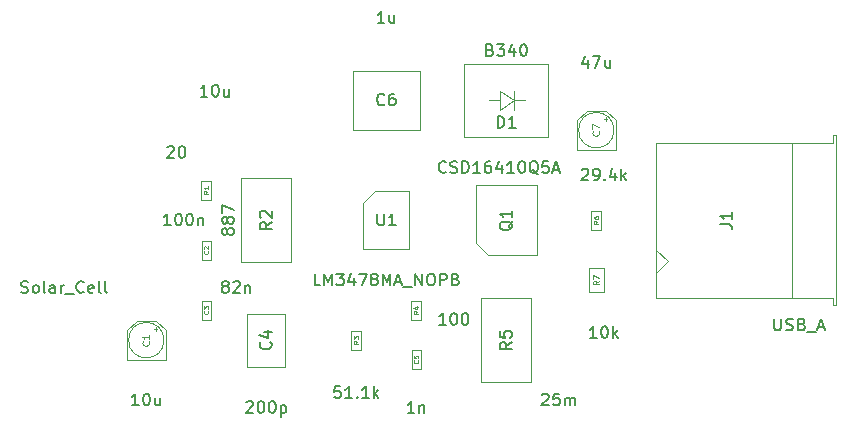
<source format=gbr>
%TF.GenerationSoftware,KiCad,Pcbnew,(6.0.4)*%
%TF.CreationDate,2022-04-27T00:59:47-07:00*%
%TF.ProjectId,SolarChargerV2,536f6c61-7243-4686-9172-67657256322e,rev?*%
%TF.SameCoordinates,Original*%
%TF.FileFunction,AssemblyDrawing,Top*%
%FSLAX46Y46*%
G04 Gerber Fmt 4.6, Leading zero omitted, Abs format (unit mm)*
G04 Created by KiCad (PCBNEW (6.0.4)) date 2022-04-27 00:59:47*
%MOMM*%
%LPD*%
G01*
G04 APERTURE LIST*
%ADD10C,0.150000*%
%ADD11C,0.060000*%
%ADD12C,0.090000*%
%ADD13C,0.080000*%
%ADD14C,0.100000*%
G04 APERTURE END LIST*
D10*
%TO.C,D1*%
X135802857Y-56688571D02*
X135945714Y-56736190D01*
X135993333Y-56783809D01*
X136040952Y-56879047D01*
X136040952Y-57021904D01*
X135993333Y-57117142D01*
X135945714Y-57164761D01*
X135850476Y-57212380D01*
X135469523Y-57212380D01*
X135469523Y-56212380D01*
X135802857Y-56212380D01*
X135898095Y-56260000D01*
X135945714Y-56307619D01*
X135993333Y-56402857D01*
X135993333Y-56498095D01*
X135945714Y-56593333D01*
X135898095Y-56640952D01*
X135802857Y-56688571D01*
X135469523Y-56688571D01*
X136374285Y-56212380D02*
X136993333Y-56212380D01*
X136660000Y-56593333D01*
X136802857Y-56593333D01*
X136898095Y-56640952D01*
X136945714Y-56688571D01*
X136993333Y-56783809D01*
X136993333Y-57021904D01*
X136945714Y-57117142D01*
X136898095Y-57164761D01*
X136802857Y-57212380D01*
X136517142Y-57212380D01*
X136421904Y-57164761D01*
X136374285Y-57117142D01*
X137850476Y-56545714D02*
X137850476Y-57212380D01*
X137612380Y-56164761D02*
X137374285Y-56879047D01*
X137993333Y-56879047D01*
X138564761Y-56212380D02*
X138660000Y-56212380D01*
X138755238Y-56260000D01*
X138802857Y-56307619D01*
X138850476Y-56402857D01*
X138898095Y-56593333D01*
X138898095Y-56831428D01*
X138850476Y-57021904D01*
X138802857Y-57117142D01*
X138755238Y-57164761D01*
X138660000Y-57212380D01*
X138564761Y-57212380D01*
X138469523Y-57164761D01*
X138421904Y-57117142D01*
X138374285Y-57021904D01*
X138326666Y-56831428D01*
X138326666Y-56593333D01*
X138374285Y-56402857D01*
X138421904Y-56307619D01*
X138469523Y-56260000D01*
X138564761Y-56212380D01*
X136421904Y-63312380D02*
X136421904Y-62312380D01*
X136660000Y-62312380D01*
X136802857Y-62360000D01*
X136898095Y-62455238D01*
X136945714Y-62550476D01*
X136993333Y-62740952D01*
X136993333Y-62883809D01*
X136945714Y-63074285D01*
X136898095Y-63169523D01*
X136802857Y-63264761D01*
X136660000Y-63312380D01*
X136421904Y-63312380D01*
X137945714Y-63312380D02*
X137374285Y-63312380D01*
X137660000Y-63312380D02*
X137660000Y-62312380D01*
X137564761Y-62455238D01*
X137469523Y-62550476D01*
X137374285Y-62598095D01*
%TO.C,SC1*%
X96099761Y-77239761D02*
X96242619Y-77287380D01*
X96480714Y-77287380D01*
X96575952Y-77239761D01*
X96623571Y-77192142D01*
X96671190Y-77096904D01*
X96671190Y-77001666D01*
X96623571Y-76906428D01*
X96575952Y-76858809D01*
X96480714Y-76811190D01*
X96290238Y-76763571D01*
X96195000Y-76715952D01*
X96147380Y-76668333D01*
X96099761Y-76573095D01*
X96099761Y-76477857D01*
X96147380Y-76382619D01*
X96195000Y-76335000D01*
X96290238Y-76287380D01*
X96528333Y-76287380D01*
X96671190Y-76335000D01*
X97242619Y-77287380D02*
X97147380Y-77239761D01*
X97099761Y-77192142D01*
X97052142Y-77096904D01*
X97052142Y-76811190D01*
X97099761Y-76715952D01*
X97147380Y-76668333D01*
X97242619Y-76620714D01*
X97385476Y-76620714D01*
X97480714Y-76668333D01*
X97528333Y-76715952D01*
X97575952Y-76811190D01*
X97575952Y-77096904D01*
X97528333Y-77192142D01*
X97480714Y-77239761D01*
X97385476Y-77287380D01*
X97242619Y-77287380D01*
X98147380Y-77287380D02*
X98052142Y-77239761D01*
X98004523Y-77144523D01*
X98004523Y-76287380D01*
X98956904Y-77287380D02*
X98956904Y-76763571D01*
X98909285Y-76668333D01*
X98814047Y-76620714D01*
X98623571Y-76620714D01*
X98528333Y-76668333D01*
X98956904Y-77239761D02*
X98861666Y-77287380D01*
X98623571Y-77287380D01*
X98528333Y-77239761D01*
X98480714Y-77144523D01*
X98480714Y-77049285D01*
X98528333Y-76954047D01*
X98623571Y-76906428D01*
X98861666Y-76906428D01*
X98956904Y-76858809D01*
X99433095Y-77287380D02*
X99433095Y-76620714D01*
X99433095Y-76811190D02*
X99480714Y-76715952D01*
X99528333Y-76668333D01*
X99623571Y-76620714D01*
X99718809Y-76620714D01*
X99814047Y-77382619D02*
X100575952Y-77382619D01*
X101385476Y-77192142D02*
X101337857Y-77239761D01*
X101195000Y-77287380D01*
X101099761Y-77287380D01*
X100956904Y-77239761D01*
X100861666Y-77144523D01*
X100814047Y-77049285D01*
X100766428Y-76858809D01*
X100766428Y-76715952D01*
X100814047Y-76525476D01*
X100861666Y-76430238D01*
X100956904Y-76335000D01*
X101099761Y-76287380D01*
X101195000Y-76287380D01*
X101337857Y-76335000D01*
X101385476Y-76382619D01*
X102195000Y-77239761D02*
X102099761Y-77287380D01*
X101909285Y-77287380D01*
X101814047Y-77239761D01*
X101766428Y-77144523D01*
X101766428Y-76763571D01*
X101814047Y-76668333D01*
X101909285Y-76620714D01*
X102099761Y-76620714D01*
X102195000Y-76668333D01*
X102242619Y-76763571D01*
X102242619Y-76858809D01*
X101766428Y-76954047D01*
X102814047Y-77287380D02*
X102718809Y-77239761D01*
X102671190Y-77144523D01*
X102671190Y-76287380D01*
X103337857Y-77287380D02*
X103242619Y-77239761D01*
X103195000Y-77144523D01*
X103195000Y-76287380D01*
%TO.C,U1*%
X121404761Y-76652380D02*
X120928571Y-76652380D01*
X120928571Y-75652380D01*
X121738095Y-76652380D02*
X121738095Y-75652380D01*
X122071428Y-76366666D01*
X122404761Y-75652380D01*
X122404761Y-76652380D01*
X122785714Y-75652380D02*
X123404761Y-75652380D01*
X123071428Y-76033333D01*
X123214285Y-76033333D01*
X123309523Y-76080952D01*
X123357142Y-76128571D01*
X123404761Y-76223809D01*
X123404761Y-76461904D01*
X123357142Y-76557142D01*
X123309523Y-76604761D01*
X123214285Y-76652380D01*
X122928571Y-76652380D01*
X122833333Y-76604761D01*
X122785714Y-76557142D01*
X124261904Y-75985714D02*
X124261904Y-76652380D01*
X124023809Y-75604761D02*
X123785714Y-76319047D01*
X124404761Y-76319047D01*
X124690476Y-75652380D02*
X125357142Y-75652380D01*
X124928571Y-76652380D01*
X125880952Y-76080952D02*
X125785714Y-76033333D01*
X125738095Y-75985714D01*
X125690476Y-75890476D01*
X125690476Y-75842857D01*
X125738095Y-75747619D01*
X125785714Y-75700000D01*
X125880952Y-75652380D01*
X126071428Y-75652380D01*
X126166666Y-75700000D01*
X126214285Y-75747619D01*
X126261904Y-75842857D01*
X126261904Y-75890476D01*
X126214285Y-75985714D01*
X126166666Y-76033333D01*
X126071428Y-76080952D01*
X125880952Y-76080952D01*
X125785714Y-76128571D01*
X125738095Y-76176190D01*
X125690476Y-76271428D01*
X125690476Y-76461904D01*
X125738095Y-76557142D01*
X125785714Y-76604761D01*
X125880952Y-76652380D01*
X126071428Y-76652380D01*
X126166666Y-76604761D01*
X126214285Y-76557142D01*
X126261904Y-76461904D01*
X126261904Y-76271428D01*
X126214285Y-76176190D01*
X126166666Y-76128571D01*
X126071428Y-76080952D01*
X126690476Y-76652380D02*
X126690476Y-75652380D01*
X127023809Y-76366666D01*
X127357142Y-75652380D01*
X127357142Y-76652380D01*
X127785714Y-76366666D02*
X128261904Y-76366666D01*
X127690476Y-76652380D02*
X128023809Y-75652380D01*
X128357142Y-76652380D01*
X128452380Y-76747619D02*
X129214285Y-76747619D01*
X129452380Y-76652380D02*
X129452380Y-75652380D01*
X130023809Y-76652380D01*
X130023809Y-75652380D01*
X130690476Y-75652380D02*
X130880952Y-75652380D01*
X130976190Y-75700000D01*
X131071428Y-75795238D01*
X131119047Y-75985714D01*
X131119047Y-76319047D01*
X131071428Y-76509523D01*
X130976190Y-76604761D01*
X130880952Y-76652380D01*
X130690476Y-76652380D01*
X130595238Y-76604761D01*
X130500000Y-76509523D01*
X130452380Y-76319047D01*
X130452380Y-75985714D01*
X130500000Y-75795238D01*
X130595238Y-75700000D01*
X130690476Y-75652380D01*
X131547619Y-76652380D02*
X131547619Y-75652380D01*
X131928571Y-75652380D01*
X132023809Y-75700000D01*
X132071428Y-75747619D01*
X132119047Y-75842857D01*
X132119047Y-75985714D01*
X132071428Y-76080952D01*
X132023809Y-76128571D01*
X131928571Y-76176190D01*
X131547619Y-76176190D01*
X132880952Y-76128571D02*
X133023809Y-76176190D01*
X133071428Y-76223809D01*
X133119047Y-76319047D01*
X133119047Y-76461904D01*
X133071428Y-76557142D01*
X133023809Y-76604761D01*
X132928571Y-76652380D01*
X132547619Y-76652380D01*
X132547619Y-75652380D01*
X132880952Y-75652380D01*
X132976190Y-75700000D01*
X133023809Y-75747619D01*
X133071428Y-75842857D01*
X133071428Y-75938095D01*
X133023809Y-76033333D01*
X132976190Y-76080952D01*
X132880952Y-76128571D01*
X132547619Y-76128571D01*
X126253333Y-70583333D02*
X126253333Y-71376666D01*
X126300000Y-71470000D01*
X126346666Y-71516666D01*
X126440000Y-71563333D01*
X126626666Y-71563333D01*
X126720000Y-71516666D01*
X126766666Y-71470000D01*
X126813333Y-71376666D01*
X126813333Y-70583333D01*
X127793333Y-71563333D02*
X127233333Y-71563333D01*
X127513333Y-71563333D02*
X127513333Y-70583333D01*
X127420000Y-70723333D01*
X127326666Y-70816666D01*
X127233333Y-70863333D01*
%TO.C,L1*%
X111857142Y-60652380D02*
X111285714Y-60652380D01*
X111571428Y-60652380D02*
X111571428Y-59652380D01*
X111476190Y-59795238D01*
X111380952Y-59890476D01*
X111285714Y-59938095D01*
X112476190Y-59652380D02*
X112571428Y-59652380D01*
X112666666Y-59700000D01*
X112714285Y-59747619D01*
X112761904Y-59842857D01*
X112809523Y-60033333D01*
X112809523Y-60271428D01*
X112761904Y-60461904D01*
X112714285Y-60557142D01*
X112666666Y-60604761D01*
X112571428Y-60652380D01*
X112476190Y-60652380D01*
X112380952Y-60604761D01*
X112333333Y-60557142D01*
X112285714Y-60461904D01*
X112238095Y-60271428D01*
X112238095Y-60033333D01*
X112285714Y-59842857D01*
X112333333Y-59747619D01*
X112380952Y-59700000D01*
X112476190Y-59652380D01*
X113666666Y-59985714D02*
X113666666Y-60652380D01*
X113238095Y-59985714D02*
X113238095Y-60509523D01*
X113285714Y-60604761D01*
X113380952Y-60652380D01*
X113523809Y-60652380D01*
X113619047Y-60604761D01*
X113666666Y-60557142D01*
%TO.C,R2*%
X113540952Y-72167619D02*
X113493333Y-72262857D01*
X113445714Y-72310476D01*
X113350476Y-72358095D01*
X113302857Y-72358095D01*
X113207619Y-72310476D01*
X113160000Y-72262857D01*
X113112380Y-72167619D01*
X113112380Y-71977142D01*
X113160000Y-71881904D01*
X113207619Y-71834285D01*
X113302857Y-71786666D01*
X113350476Y-71786666D01*
X113445714Y-71834285D01*
X113493333Y-71881904D01*
X113540952Y-71977142D01*
X113540952Y-72167619D01*
X113588571Y-72262857D01*
X113636190Y-72310476D01*
X113731428Y-72358095D01*
X113921904Y-72358095D01*
X114017142Y-72310476D01*
X114064761Y-72262857D01*
X114112380Y-72167619D01*
X114112380Y-71977142D01*
X114064761Y-71881904D01*
X114017142Y-71834285D01*
X113921904Y-71786666D01*
X113731428Y-71786666D01*
X113636190Y-71834285D01*
X113588571Y-71881904D01*
X113540952Y-71977142D01*
X113540952Y-71215238D02*
X113493333Y-71310476D01*
X113445714Y-71358095D01*
X113350476Y-71405714D01*
X113302857Y-71405714D01*
X113207619Y-71358095D01*
X113160000Y-71310476D01*
X113112380Y-71215238D01*
X113112380Y-71024761D01*
X113160000Y-70929523D01*
X113207619Y-70881904D01*
X113302857Y-70834285D01*
X113350476Y-70834285D01*
X113445714Y-70881904D01*
X113493333Y-70929523D01*
X113540952Y-71024761D01*
X113540952Y-71215238D01*
X113588571Y-71310476D01*
X113636190Y-71358095D01*
X113731428Y-71405714D01*
X113921904Y-71405714D01*
X114017142Y-71358095D01*
X114064761Y-71310476D01*
X114112380Y-71215238D01*
X114112380Y-71024761D01*
X114064761Y-70929523D01*
X114017142Y-70881904D01*
X113921904Y-70834285D01*
X113731428Y-70834285D01*
X113636190Y-70881904D01*
X113588571Y-70929523D01*
X113540952Y-71024761D01*
X113112380Y-70500952D02*
X113112380Y-69834285D01*
X114112380Y-70262857D01*
X117292380Y-71286666D02*
X116816190Y-71620000D01*
X117292380Y-71858095D02*
X116292380Y-71858095D01*
X116292380Y-71477142D01*
X116340000Y-71381904D01*
X116387619Y-71334285D01*
X116482857Y-71286666D01*
X116625714Y-71286666D01*
X116720952Y-71334285D01*
X116768571Y-71381904D01*
X116816190Y-71477142D01*
X116816190Y-71858095D01*
X116387619Y-70905714D02*
X116340000Y-70858095D01*
X116292380Y-70762857D01*
X116292380Y-70524761D01*
X116340000Y-70429523D01*
X116387619Y-70381904D01*
X116482857Y-70334285D01*
X116578095Y-70334285D01*
X116720952Y-70381904D01*
X117292380Y-70953333D01*
X117292380Y-70334285D01*
%TO.C,R3*%
X123102857Y-85177380D02*
X122626666Y-85177380D01*
X122579047Y-85653571D01*
X122626666Y-85605952D01*
X122721904Y-85558333D01*
X122960000Y-85558333D01*
X123055238Y-85605952D01*
X123102857Y-85653571D01*
X123150476Y-85748809D01*
X123150476Y-85986904D01*
X123102857Y-86082142D01*
X123055238Y-86129761D01*
X122960000Y-86177380D01*
X122721904Y-86177380D01*
X122626666Y-86129761D01*
X122579047Y-86082142D01*
X124102857Y-86177380D02*
X123531428Y-86177380D01*
X123817142Y-86177380D02*
X123817142Y-85177380D01*
X123721904Y-85320238D01*
X123626666Y-85415476D01*
X123531428Y-85463095D01*
X124531428Y-86082142D02*
X124579047Y-86129761D01*
X124531428Y-86177380D01*
X124483809Y-86129761D01*
X124531428Y-86082142D01*
X124531428Y-86177380D01*
X125531428Y-86177380D02*
X124960000Y-86177380D01*
X125245714Y-86177380D02*
X125245714Y-85177380D01*
X125150476Y-85320238D01*
X125055238Y-85415476D01*
X124960000Y-85463095D01*
X125960000Y-86177380D02*
X125960000Y-85177380D01*
X126055238Y-85796428D02*
X126340952Y-86177380D01*
X126340952Y-85510714D02*
X125960000Y-85891666D01*
D11*
X124640952Y-81346666D02*
X124450476Y-81480000D01*
X124640952Y-81575238D02*
X124240952Y-81575238D01*
X124240952Y-81422857D01*
X124260000Y-81384761D01*
X124279047Y-81365714D01*
X124317142Y-81346666D01*
X124374285Y-81346666D01*
X124412380Y-81365714D01*
X124431428Y-81384761D01*
X124450476Y-81422857D01*
X124450476Y-81575238D01*
X124240952Y-81213333D02*
X124240952Y-80965714D01*
X124393333Y-81099047D01*
X124393333Y-81041904D01*
X124412380Y-81003809D01*
X124431428Y-80984761D01*
X124469523Y-80965714D01*
X124564761Y-80965714D01*
X124602857Y-80984761D01*
X124621904Y-81003809D01*
X124640952Y-81041904D01*
X124640952Y-81156190D01*
X124621904Y-81194285D01*
X124602857Y-81213333D01*
D10*
%TO.C,C6*%
X126833333Y-54427380D02*
X126261904Y-54427380D01*
X126547619Y-54427380D02*
X126547619Y-53427380D01*
X126452380Y-53570238D01*
X126357142Y-53665476D01*
X126261904Y-53713095D01*
X127690476Y-53760714D02*
X127690476Y-54427380D01*
X127261904Y-53760714D02*
X127261904Y-54284523D01*
X127309523Y-54379761D01*
X127404761Y-54427380D01*
X127547619Y-54427380D01*
X127642857Y-54379761D01*
X127690476Y-54332142D01*
X126833333Y-61317142D02*
X126785714Y-61364761D01*
X126642857Y-61412380D01*
X126547619Y-61412380D01*
X126404761Y-61364761D01*
X126309523Y-61269523D01*
X126261904Y-61174285D01*
X126214285Y-60983809D01*
X126214285Y-60840952D01*
X126261904Y-60650476D01*
X126309523Y-60555238D01*
X126404761Y-60460000D01*
X126547619Y-60412380D01*
X126642857Y-60412380D01*
X126785714Y-60460000D01*
X126833333Y-60507619D01*
X127690476Y-60412380D02*
X127500000Y-60412380D01*
X127404761Y-60460000D01*
X127357142Y-60507619D01*
X127261904Y-60650476D01*
X127214285Y-60840952D01*
X127214285Y-61221904D01*
X127261904Y-61317142D01*
X127309523Y-61364761D01*
X127404761Y-61412380D01*
X127595238Y-61412380D01*
X127690476Y-61364761D01*
X127738095Y-61317142D01*
X127785714Y-61221904D01*
X127785714Y-60983809D01*
X127738095Y-60888571D01*
X127690476Y-60840952D01*
X127595238Y-60793333D01*
X127404761Y-60793333D01*
X127309523Y-60840952D01*
X127261904Y-60888571D01*
X127214285Y-60983809D01*
%TO.C,R4*%
X132048333Y-79992380D02*
X131476904Y-79992380D01*
X131762619Y-79992380D02*
X131762619Y-78992380D01*
X131667380Y-79135238D01*
X131572142Y-79230476D01*
X131476904Y-79278095D01*
X132667380Y-78992380D02*
X132762619Y-78992380D01*
X132857857Y-79040000D01*
X132905476Y-79087619D01*
X132953095Y-79182857D01*
X133000714Y-79373333D01*
X133000714Y-79611428D01*
X132953095Y-79801904D01*
X132905476Y-79897142D01*
X132857857Y-79944761D01*
X132762619Y-79992380D01*
X132667380Y-79992380D01*
X132572142Y-79944761D01*
X132524523Y-79897142D01*
X132476904Y-79801904D01*
X132429285Y-79611428D01*
X132429285Y-79373333D01*
X132476904Y-79182857D01*
X132524523Y-79087619D01*
X132572142Y-79040000D01*
X132667380Y-78992380D01*
X133619761Y-78992380D02*
X133715000Y-78992380D01*
X133810238Y-79040000D01*
X133857857Y-79087619D01*
X133905476Y-79182857D01*
X133953095Y-79373333D01*
X133953095Y-79611428D01*
X133905476Y-79801904D01*
X133857857Y-79897142D01*
X133810238Y-79944761D01*
X133715000Y-79992380D01*
X133619761Y-79992380D01*
X133524523Y-79944761D01*
X133476904Y-79897142D01*
X133429285Y-79801904D01*
X133381666Y-79611428D01*
X133381666Y-79373333D01*
X133429285Y-79182857D01*
X133476904Y-79087619D01*
X133524523Y-79040000D01*
X133619761Y-78992380D01*
D11*
X129720952Y-78806666D02*
X129530476Y-78940000D01*
X129720952Y-79035238D02*
X129320952Y-79035238D01*
X129320952Y-78882857D01*
X129340000Y-78844761D01*
X129359047Y-78825714D01*
X129397142Y-78806666D01*
X129454285Y-78806666D01*
X129492380Y-78825714D01*
X129511428Y-78844761D01*
X129530476Y-78882857D01*
X129530476Y-79035238D01*
X129454285Y-78463809D02*
X129720952Y-78463809D01*
X129301904Y-78559047D02*
X129587619Y-78654285D01*
X129587619Y-78406666D01*
D10*
%TO.C,C3*%
X113276190Y-76715952D02*
X113180952Y-76668333D01*
X113133333Y-76620714D01*
X113085714Y-76525476D01*
X113085714Y-76477857D01*
X113133333Y-76382619D01*
X113180952Y-76335000D01*
X113276190Y-76287380D01*
X113466666Y-76287380D01*
X113561904Y-76335000D01*
X113609523Y-76382619D01*
X113657142Y-76477857D01*
X113657142Y-76525476D01*
X113609523Y-76620714D01*
X113561904Y-76668333D01*
X113466666Y-76715952D01*
X113276190Y-76715952D01*
X113180952Y-76763571D01*
X113133333Y-76811190D01*
X113085714Y-76906428D01*
X113085714Y-77096904D01*
X113133333Y-77192142D01*
X113180952Y-77239761D01*
X113276190Y-77287380D01*
X113466666Y-77287380D01*
X113561904Y-77239761D01*
X113609523Y-77192142D01*
X113657142Y-77096904D01*
X113657142Y-76906428D01*
X113609523Y-76811190D01*
X113561904Y-76763571D01*
X113466666Y-76715952D01*
X114038095Y-76382619D02*
X114085714Y-76335000D01*
X114180952Y-76287380D01*
X114419047Y-76287380D01*
X114514285Y-76335000D01*
X114561904Y-76382619D01*
X114609523Y-76477857D01*
X114609523Y-76573095D01*
X114561904Y-76715952D01*
X113990476Y-77287380D01*
X114609523Y-77287380D01*
X115038095Y-76620714D02*
X115038095Y-77287380D01*
X115038095Y-76715952D02*
X115085714Y-76668333D01*
X115180952Y-76620714D01*
X115323809Y-76620714D01*
X115419047Y-76668333D01*
X115466666Y-76763571D01*
X115466666Y-77287380D01*
D11*
X111902857Y-78806666D02*
X111921904Y-78825714D01*
X111940952Y-78882857D01*
X111940952Y-78920952D01*
X111921904Y-78978095D01*
X111883809Y-79016190D01*
X111845714Y-79035238D01*
X111769523Y-79054285D01*
X111712380Y-79054285D01*
X111636190Y-79035238D01*
X111598095Y-79016190D01*
X111560000Y-78978095D01*
X111540952Y-78920952D01*
X111540952Y-78882857D01*
X111560000Y-78825714D01*
X111579047Y-78806666D01*
X111540952Y-78673333D02*
X111540952Y-78425714D01*
X111693333Y-78559047D01*
X111693333Y-78501904D01*
X111712380Y-78463809D01*
X111731428Y-78444761D01*
X111769523Y-78425714D01*
X111864761Y-78425714D01*
X111902857Y-78444761D01*
X111921904Y-78463809D01*
X111940952Y-78501904D01*
X111940952Y-78616190D01*
X111921904Y-78654285D01*
X111902857Y-78673333D01*
D10*
%TO.C,C2*%
X108735952Y-71572380D02*
X108164523Y-71572380D01*
X108450238Y-71572380D02*
X108450238Y-70572380D01*
X108355000Y-70715238D01*
X108259761Y-70810476D01*
X108164523Y-70858095D01*
X109355000Y-70572380D02*
X109450238Y-70572380D01*
X109545476Y-70620000D01*
X109593095Y-70667619D01*
X109640714Y-70762857D01*
X109688333Y-70953333D01*
X109688333Y-71191428D01*
X109640714Y-71381904D01*
X109593095Y-71477142D01*
X109545476Y-71524761D01*
X109450238Y-71572380D01*
X109355000Y-71572380D01*
X109259761Y-71524761D01*
X109212142Y-71477142D01*
X109164523Y-71381904D01*
X109116904Y-71191428D01*
X109116904Y-70953333D01*
X109164523Y-70762857D01*
X109212142Y-70667619D01*
X109259761Y-70620000D01*
X109355000Y-70572380D01*
X110307380Y-70572380D02*
X110402619Y-70572380D01*
X110497857Y-70620000D01*
X110545476Y-70667619D01*
X110593095Y-70762857D01*
X110640714Y-70953333D01*
X110640714Y-71191428D01*
X110593095Y-71381904D01*
X110545476Y-71477142D01*
X110497857Y-71524761D01*
X110402619Y-71572380D01*
X110307380Y-71572380D01*
X110212142Y-71524761D01*
X110164523Y-71477142D01*
X110116904Y-71381904D01*
X110069285Y-71191428D01*
X110069285Y-70953333D01*
X110116904Y-70762857D01*
X110164523Y-70667619D01*
X110212142Y-70620000D01*
X110307380Y-70572380D01*
X111069285Y-70905714D02*
X111069285Y-71572380D01*
X111069285Y-71000952D02*
X111116904Y-70953333D01*
X111212142Y-70905714D01*
X111355000Y-70905714D01*
X111450238Y-70953333D01*
X111497857Y-71048571D01*
X111497857Y-71572380D01*
D11*
X111902857Y-73726666D02*
X111921904Y-73745714D01*
X111940952Y-73802857D01*
X111940952Y-73840952D01*
X111921904Y-73898095D01*
X111883809Y-73936190D01*
X111845714Y-73955238D01*
X111769523Y-73974285D01*
X111712380Y-73974285D01*
X111636190Y-73955238D01*
X111598095Y-73936190D01*
X111560000Y-73898095D01*
X111540952Y-73840952D01*
X111540952Y-73802857D01*
X111560000Y-73745714D01*
X111579047Y-73726666D01*
X111579047Y-73574285D02*
X111560000Y-73555238D01*
X111540952Y-73517142D01*
X111540952Y-73421904D01*
X111560000Y-73383809D01*
X111579047Y-73364761D01*
X111617142Y-73345714D01*
X111655238Y-73345714D01*
X111712380Y-73364761D01*
X111940952Y-73593333D01*
X111940952Y-73345714D01*
D10*
%TO.C,R1*%
X108458095Y-64952619D02*
X108505714Y-64905000D01*
X108600952Y-64857380D01*
X108839047Y-64857380D01*
X108934285Y-64905000D01*
X108981904Y-64952619D01*
X109029523Y-65047857D01*
X109029523Y-65143095D01*
X108981904Y-65285952D01*
X108410476Y-65857380D01*
X109029523Y-65857380D01*
X109648571Y-64857380D02*
X109743809Y-64857380D01*
X109839047Y-64905000D01*
X109886666Y-64952619D01*
X109934285Y-65047857D01*
X109981904Y-65238333D01*
X109981904Y-65476428D01*
X109934285Y-65666904D01*
X109886666Y-65762142D01*
X109839047Y-65809761D01*
X109743809Y-65857380D01*
X109648571Y-65857380D01*
X109553333Y-65809761D01*
X109505714Y-65762142D01*
X109458095Y-65666904D01*
X109410476Y-65476428D01*
X109410476Y-65238333D01*
X109458095Y-65047857D01*
X109505714Y-64952619D01*
X109553333Y-64905000D01*
X109648571Y-64857380D01*
D11*
X111940952Y-68646666D02*
X111750476Y-68780000D01*
X111940952Y-68875238D02*
X111540952Y-68875238D01*
X111540952Y-68722857D01*
X111560000Y-68684761D01*
X111579047Y-68665714D01*
X111617142Y-68646666D01*
X111674285Y-68646666D01*
X111712380Y-68665714D01*
X111731428Y-68684761D01*
X111750476Y-68722857D01*
X111750476Y-68875238D01*
X111940952Y-68265714D02*
X111940952Y-68494285D01*
X111940952Y-68380000D02*
X111540952Y-68380000D01*
X111598095Y-68418095D01*
X111636190Y-68456190D01*
X111655238Y-68494285D01*
D10*
%TO.C,R6*%
X143534047Y-66857619D02*
X143581666Y-66810000D01*
X143676904Y-66762380D01*
X143915000Y-66762380D01*
X144010238Y-66810000D01*
X144057857Y-66857619D01*
X144105476Y-66952857D01*
X144105476Y-67048095D01*
X144057857Y-67190952D01*
X143486428Y-67762380D01*
X144105476Y-67762380D01*
X144581666Y-67762380D02*
X144772142Y-67762380D01*
X144867380Y-67714761D01*
X144915000Y-67667142D01*
X145010238Y-67524285D01*
X145057857Y-67333809D01*
X145057857Y-66952857D01*
X145010238Y-66857619D01*
X144962619Y-66810000D01*
X144867380Y-66762380D01*
X144676904Y-66762380D01*
X144581666Y-66810000D01*
X144534047Y-66857619D01*
X144486428Y-66952857D01*
X144486428Y-67190952D01*
X144534047Y-67286190D01*
X144581666Y-67333809D01*
X144676904Y-67381428D01*
X144867380Y-67381428D01*
X144962619Y-67333809D01*
X145010238Y-67286190D01*
X145057857Y-67190952D01*
X145486428Y-67667142D02*
X145534047Y-67714761D01*
X145486428Y-67762380D01*
X145438809Y-67714761D01*
X145486428Y-67667142D01*
X145486428Y-67762380D01*
X146391190Y-67095714D02*
X146391190Y-67762380D01*
X146153095Y-66714761D02*
X145915000Y-67429047D01*
X146534047Y-67429047D01*
X146915000Y-67762380D02*
X146915000Y-66762380D01*
X147010238Y-67381428D02*
X147295952Y-67762380D01*
X147295952Y-67095714D02*
X146915000Y-67476666D01*
D11*
X144960952Y-71186666D02*
X144770476Y-71320000D01*
X144960952Y-71415238D02*
X144560952Y-71415238D01*
X144560952Y-71262857D01*
X144580000Y-71224761D01*
X144599047Y-71205714D01*
X144637142Y-71186666D01*
X144694285Y-71186666D01*
X144732380Y-71205714D01*
X144751428Y-71224761D01*
X144770476Y-71262857D01*
X144770476Y-71415238D01*
X144560952Y-70843809D02*
X144560952Y-70920000D01*
X144580000Y-70958095D01*
X144599047Y-70977142D01*
X144656190Y-71015238D01*
X144732380Y-71034285D01*
X144884761Y-71034285D01*
X144922857Y-71015238D01*
X144941904Y-70996190D01*
X144960952Y-70958095D01*
X144960952Y-70881904D01*
X144941904Y-70843809D01*
X144922857Y-70824761D01*
X144884761Y-70805714D01*
X144789523Y-70805714D01*
X144751428Y-70824761D01*
X144732380Y-70843809D01*
X144713333Y-70881904D01*
X144713333Y-70958095D01*
X144732380Y-70996190D01*
X144751428Y-71015238D01*
X144789523Y-71034285D01*
D10*
%TO.C,C1*%
X106037142Y-86812380D02*
X105465714Y-86812380D01*
X105751428Y-86812380D02*
X105751428Y-85812380D01*
X105656190Y-85955238D01*
X105560952Y-86050476D01*
X105465714Y-86098095D01*
X106656190Y-85812380D02*
X106751428Y-85812380D01*
X106846666Y-85860000D01*
X106894285Y-85907619D01*
X106941904Y-86002857D01*
X106989523Y-86193333D01*
X106989523Y-86431428D01*
X106941904Y-86621904D01*
X106894285Y-86717142D01*
X106846666Y-86764761D01*
X106751428Y-86812380D01*
X106656190Y-86812380D01*
X106560952Y-86764761D01*
X106513333Y-86717142D01*
X106465714Y-86621904D01*
X106418095Y-86431428D01*
X106418095Y-86193333D01*
X106465714Y-86002857D01*
X106513333Y-85907619D01*
X106560952Y-85860000D01*
X106656190Y-85812380D01*
X107846666Y-86145714D02*
X107846666Y-86812380D01*
X107418095Y-86145714D02*
X107418095Y-86669523D01*
X107465714Y-86764761D01*
X107560952Y-86812380D01*
X107703809Y-86812380D01*
X107799047Y-86764761D01*
X107846666Y-86717142D01*
D12*
X106894285Y-81380000D02*
X106922857Y-81408571D01*
X106951428Y-81494285D01*
X106951428Y-81551428D01*
X106922857Y-81637142D01*
X106865714Y-81694285D01*
X106808571Y-81722857D01*
X106694285Y-81751428D01*
X106608571Y-81751428D01*
X106494285Y-81722857D01*
X106437142Y-81694285D01*
X106380000Y-81637142D01*
X106351428Y-81551428D01*
X106351428Y-81494285D01*
X106380000Y-81408571D01*
X106408571Y-81380000D01*
X106951428Y-80808571D02*
X106951428Y-81151428D01*
X106951428Y-80980000D02*
X106351428Y-80980000D01*
X106437142Y-81037142D01*
X106494285Y-81094285D01*
X106522857Y-81151428D01*
D10*
%TO.C,R7*%
X144819761Y-81097380D02*
X144248333Y-81097380D01*
X144534047Y-81097380D02*
X144534047Y-80097380D01*
X144438809Y-80240238D01*
X144343571Y-80335476D01*
X144248333Y-80383095D01*
X145438809Y-80097380D02*
X145534047Y-80097380D01*
X145629285Y-80145000D01*
X145676904Y-80192619D01*
X145724523Y-80287857D01*
X145772142Y-80478333D01*
X145772142Y-80716428D01*
X145724523Y-80906904D01*
X145676904Y-81002142D01*
X145629285Y-81049761D01*
X145534047Y-81097380D01*
X145438809Y-81097380D01*
X145343571Y-81049761D01*
X145295952Y-81002142D01*
X145248333Y-80906904D01*
X145200714Y-80716428D01*
X145200714Y-80478333D01*
X145248333Y-80287857D01*
X145295952Y-80192619D01*
X145343571Y-80145000D01*
X145438809Y-80097380D01*
X146200714Y-81097380D02*
X146200714Y-80097380D01*
X146295952Y-80716428D02*
X146581666Y-81097380D01*
X146581666Y-80430714D02*
X146200714Y-80811666D01*
D13*
X145006190Y-76283333D02*
X144768095Y-76450000D01*
X145006190Y-76569047D02*
X144506190Y-76569047D01*
X144506190Y-76378571D01*
X144530000Y-76330952D01*
X144553809Y-76307142D01*
X144601428Y-76283333D01*
X144672857Y-76283333D01*
X144720476Y-76307142D01*
X144744285Y-76330952D01*
X144768095Y-76378571D01*
X144768095Y-76569047D01*
X144506190Y-76116666D02*
X144506190Y-75783333D01*
X145006190Y-75997619D01*
D10*
%TO.C,Q1*%
X132048809Y-67032142D02*
X132001190Y-67079761D01*
X131858333Y-67127380D01*
X131763095Y-67127380D01*
X131620238Y-67079761D01*
X131525000Y-66984523D01*
X131477380Y-66889285D01*
X131429761Y-66698809D01*
X131429761Y-66555952D01*
X131477380Y-66365476D01*
X131525000Y-66270238D01*
X131620238Y-66175000D01*
X131763095Y-66127380D01*
X131858333Y-66127380D01*
X132001190Y-66175000D01*
X132048809Y-66222619D01*
X132429761Y-67079761D02*
X132572619Y-67127380D01*
X132810714Y-67127380D01*
X132905952Y-67079761D01*
X132953571Y-67032142D01*
X133001190Y-66936904D01*
X133001190Y-66841666D01*
X132953571Y-66746428D01*
X132905952Y-66698809D01*
X132810714Y-66651190D01*
X132620238Y-66603571D01*
X132525000Y-66555952D01*
X132477380Y-66508333D01*
X132429761Y-66413095D01*
X132429761Y-66317857D01*
X132477380Y-66222619D01*
X132525000Y-66175000D01*
X132620238Y-66127380D01*
X132858333Y-66127380D01*
X133001190Y-66175000D01*
X133429761Y-67127380D02*
X133429761Y-66127380D01*
X133667857Y-66127380D01*
X133810714Y-66175000D01*
X133905952Y-66270238D01*
X133953571Y-66365476D01*
X134001190Y-66555952D01*
X134001190Y-66698809D01*
X133953571Y-66889285D01*
X133905952Y-66984523D01*
X133810714Y-67079761D01*
X133667857Y-67127380D01*
X133429761Y-67127380D01*
X134953571Y-67127380D02*
X134382142Y-67127380D01*
X134667857Y-67127380D02*
X134667857Y-66127380D01*
X134572619Y-66270238D01*
X134477380Y-66365476D01*
X134382142Y-66413095D01*
X135810714Y-66127380D02*
X135620238Y-66127380D01*
X135525000Y-66175000D01*
X135477380Y-66222619D01*
X135382142Y-66365476D01*
X135334523Y-66555952D01*
X135334523Y-66936904D01*
X135382142Y-67032142D01*
X135429761Y-67079761D01*
X135525000Y-67127380D01*
X135715476Y-67127380D01*
X135810714Y-67079761D01*
X135858333Y-67032142D01*
X135905952Y-66936904D01*
X135905952Y-66698809D01*
X135858333Y-66603571D01*
X135810714Y-66555952D01*
X135715476Y-66508333D01*
X135525000Y-66508333D01*
X135429761Y-66555952D01*
X135382142Y-66603571D01*
X135334523Y-66698809D01*
X136763095Y-66460714D02*
X136763095Y-67127380D01*
X136525000Y-66079761D02*
X136286904Y-66794047D01*
X136905952Y-66794047D01*
X137810714Y-67127380D02*
X137239285Y-67127380D01*
X137525000Y-67127380D02*
X137525000Y-66127380D01*
X137429761Y-66270238D01*
X137334523Y-66365476D01*
X137239285Y-66413095D01*
X138429761Y-66127380D02*
X138525000Y-66127380D01*
X138620238Y-66175000D01*
X138667857Y-66222619D01*
X138715476Y-66317857D01*
X138763095Y-66508333D01*
X138763095Y-66746428D01*
X138715476Y-66936904D01*
X138667857Y-67032142D01*
X138620238Y-67079761D01*
X138525000Y-67127380D01*
X138429761Y-67127380D01*
X138334523Y-67079761D01*
X138286904Y-67032142D01*
X138239285Y-66936904D01*
X138191666Y-66746428D01*
X138191666Y-66508333D01*
X138239285Y-66317857D01*
X138286904Y-66222619D01*
X138334523Y-66175000D01*
X138429761Y-66127380D01*
X139858333Y-67222619D02*
X139763095Y-67175000D01*
X139667857Y-67079761D01*
X139525000Y-66936904D01*
X139429761Y-66889285D01*
X139334523Y-66889285D01*
X139382142Y-67127380D02*
X139286904Y-67079761D01*
X139191666Y-66984523D01*
X139144047Y-66794047D01*
X139144047Y-66460714D01*
X139191666Y-66270238D01*
X139286904Y-66175000D01*
X139382142Y-66127380D01*
X139572619Y-66127380D01*
X139667857Y-66175000D01*
X139763095Y-66270238D01*
X139810714Y-66460714D01*
X139810714Y-66794047D01*
X139763095Y-66984523D01*
X139667857Y-67079761D01*
X139572619Y-67127380D01*
X139382142Y-67127380D01*
X140715476Y-66127380D02*
X140239285Y-66127380D01*
X140191666Y-66603571D01*
X140239285Y-66555952D01*
X140334523Y-66508333D01*
X140572619Y-66508333D01*
X140667857Y-66555952D01*
X140715476Y-66603571D01*
X140763095Y-66698809D01*
X140763095Y-66936904D01*
X140715476Y-67032142D01*
X140667857Y-67079761D01*
X140572619Y-67127380D01*
X140334523Y-67127380D01*
X140239285Y-67079761D01*
X140191666Y-67032142D01*
X141144047Y-66841666D02*
X141620238Y-66841666D01*
X141048809Y-67127380D02*
X141382142Y-66127380D01*
X141715476Y-67127380D01*
X137707619Y-71215238D02*
X137660000Y-71310476D01*
X137564761Y-71405714D01*
X137421904Y-71548571D01*
X137374285Y-71643809D01*
X137374285Y-71739047D01*
X137612380Y-71691428D02*
X137564761Y-71786666D01*
X137469523Y-71881904D01*
X137279047Y-71929523D01*
X136945714Y-71929523D01*
X136755238Y-71881904D01*
X136660000Y-71786666D01*
X136612380Y-71691428D01*
X136612380Y-71500952D01*
X136660000Y-71405714D01*
X136755238Y-71310476D01*
X136945714Y-71262857D01*
X137279047Y-71262857D01*
X137469523Y-71310476D01*
X137564761Y-71405714D01*
X137612380Y-71500952D01*
X137612380Y-71691428D01*
X137612380Y-70310476D02*
X137612380Y-70881904D01*
X137612380Y-70596190D02*
X136612380Y-70596190D01*
X136755238Y-70691428D01*
X136850476Y-70786666D01*
X136898095Y-70881904D01*
%TO.C,J1*%
X159853571Y-79462380D02*
X159853571Y-80271904D01*
X159901190Y-80367142D01*
X159948809Y-80414761D01*
X160044047Y-80462380D01*
X160234523Y-80462380D01*
X160329761Y-80414761D01*
X160377380Y-80367142D01*
X160425000Y-80271904D01*
X160425000Y-79462380D01*
X160853571Y-80414761D02*
X160996428Y-80462380D01*
X161234523Y-80462380D01*
X161329761Y-80414761D01*
X161377380Y-80367142D01*
X161425000Y-80271904D01*
X161425000Y-80176666D01*
X161377380Y-80081428D01*
X161329761Y-80033809D01*
X161234523Y-79986190D01*
X161044047Y-79938571D01*
X160948809Y-79890952D01*
X160901190Y-79843333D01*
X160853571Y-79748095D01*
X160853571Y-79652857D01*
X160901190Y-79557619D01*
X160948809Y-79510000D01*
X161044047Y-79462380D01*
X161282142Y-79462380D01*
X161425000Y-79510000D01*
X162186904Y-79938571D02*
X162329761Y-79986190D01*
X162377380Y-80033809D01*
X162425000Y-80129047D01*
X162425000Y-80271904D01*
X162377380Y-80367142D01*
X162329761Y-80414761D01*
X162234523Y-80462380D01*
X161853571Y-80462380D01*
X161853571Y-79462380D01*
X162186904Y-79462380D01*
X162282142Y-79510000D01*
X162329761Y-79557619D01*
X162377380Y-79652857D01*
X162377380Y-79748095D01*
X162329761Y-79843333D01*
X162282142Y-79890952D01*
X162186904Y-79938571D01*
X161853571Y-79938571D01*
X162615476Y-80557619D02*
X163377380Y-80557619D01*
X163567857Y-80176666D02*
X164044047Y-80176666D01*
X163472619Y-80462380D02*
X163805952Y-79462380D01*
X164139285Y-80462380D01*
X155272380Y-71453333D02*
X155986666Y-71453333D01*
X156129523Y-71500952D01*
X156224761Y-71596190D01*
X156272380Y-71739047D01*
X156272380Y-71834285D01*
X156272380Y-70453333D02*
X156272380Y-71024761D01*
X156272380Y-70739047D02*
X155272380Y-70739047D01*
X155415238Y-70834285D01*
X155510476Y-70929523D01*
X155558095Y-71024761D01*
%TO.C,C7*%
X144041904Y-57570714D02*
X144041904Y-58237380D01*
X143803809Y-57189761D02*
X143565714Y-57904047D01*
X144184761Y-57904047D01*
X144470476Y-57237380D02*
X145137142Y-57237380D01*
X144708571Y-58237380D01*
X145946666Y-57570714D02*
X145946666Y-58237380D01*
X145518095Y-57570714D02*
X145518095Y-58094523D01*
X145565714Y-58189761D01*
X145660952Y-58237380D01*
X145803809Y-58237380D01*
X145899047Y-58189761D01*
X145946666Y-58142142D01*
D12*
X144994285Y-63600000D02*
X145022857Y-63628571D01*
X145051428Y-63714285D01*
X145051428Y-63771428D01*
X145022857Y-63857142D01*
X144965714Y-63914285D01*
X144908571Y-63942857D01*
X144794285Y-63971428D01*
X144708571Y-63971428D01*
X144594285Y-63942857D01*
X144537142Y-63914285D01*
X144480000Y-63857142D01*
X144451428Y-63771428D01*
X144451428Y-63714285D01*
X144480000Y-63628571D01*
X144508571Y-63600000D01*
X144451428Y-63400000D02*
X144451428Y-63000000D01*
X145051428Y-63257142D01*
D10*
%TO.C,C5*%
X129373333Y-87447380D02*
X128801904Y-87447380D01*
X129087619Y-87447380D02*
X129087619Y-86447380D01*
X128992380Y-86590238D01*
X128897142Y-86685476D01*
X128801904Y-86733095D01*
X129801904Y-86780714D02*
X129801904Y-87447380D01*
X129801904Y-86875952D02*
X129849523Y-86828333D01*
X129944761Y-86780714D01*
X130087619Y-86780714D01*
X130182857Y-86828333D01*
X130230476Y-86923571D01*
X130230476Y-87447380D01*
D11*
X129682857Y-82974166D02*
X129701904Y-82993214D01*
X129720952Y-83050357D01*
X129720952Y-83088452D01*
X129701904Y-83145595D01*
X129663809Y-83183690D01*
X129625714Y-83202738D01*
X129549523Y-83221785D01*
X129492380Y-83221785D01*
X129416190Y-83202738D01*
X129378095Y-83183690D01*
X129340000Y-83145595D01*
X129320952Y-83088452D01*
X129320952Y-83050357D01*
X129340000Y-82993214D01*
X129359047Y-82974166D01*
X129320952Y-82612261D02*
X129320952Y-82802738D01*
X129511428Y-82821785D01*
X129492380Y-82802738D01*
X129473333Y-82764642D01*
X129473333Y-82669404D01*
X129492380Y-82631309D01*
X129511428Y-82612261D01*
X129549523Y-82593214D01*
X129644761Y-82593214D01*
X129682857Y-82612261D01*
X129701904Y-82631309D01*
X129720952Y-82669404D01*
X129720952Y-82764642D01*
X129701904Y-82802738D01*
X129682857Y-82821785D01*
D10*
%TO.C,C4*%
X115149523Y-86542619D02*
X115197142Y-86495000D01*
X115292380Y-86447380D01*
X115530476Y-86447380D01*
X115625714Y-86495000D01*
X115673333Y-86542619D01*
X115720952Y-86637857D01*
X115720952Y-86733095D01*
X115673333Y-86875952D01*
X115101904Y-87447380D01*
X115720952Y-87447380D01*
X116340000Y-86447380D02*
X116435238Y-86447380D01*
X116530476Y-86495000D01*
X116578095Y-86542619D01*
X116625714Y-86637857D01*
X116673333Y-86828333D01*
X116673333Y-87066428D01*
X116625714Y-87256904D01*
X116578095Y-87352142D01*
X116530476Y-87399761D01*
X116435238Y-87447380D01*
X116340000Y-87447380D01*
X116244761Y-87399761D01*
X116197142Y-87352142D01*
X116149523Y-87256904D01*
X116101904Y-87066428D01*
X116101904Y-86828333D01*
X116149523Y-86637857D01*
X116197142Y-86542619D01*
X116244761Y-86495000D01*
X116340000Y-86447380D01*
X117292380Y-86447380D02*
X117387619Y-86447380D01*
X117482857Y-86495000D01*
X117530476Y-86542619D01*
X117578095Y-86637857D01*
X117625714Y-86828333D01*
X117625714Y-87066428D01*
X117578095Y-87256904D01*
X117530476Y-87352142D01*
X117482857Y-87399761D01*
X117387619Y-87447380D01*
X117292380Y-87447380D01*
X117197142Y-87399761D01*
X117149523Y-87352142D01*
X117101904Y-87256904D01*
X117054285Y-87066428D01*
X117054285Y-86828333D01*
X117101904Y-86637857D01*
X117149523Y-86542619D01*
X117197142Y-86495000D01*
X117292380Y-86447380D01*
X118054285Y-86780714D02*
X118054285Y-87780714D01*
X118054285Y-86828333D02*
X118149523Y-86780714D01*
X118340000Y-86780714D01*
X118435238Y-86828333D01*
X118482857Y-86875952D01*
X118530476Y-86971190D01*
X118530476Y-87256904D01*
X118482857Y-87352142D01*
X118435238Y-87399761D01*
X118340000Y-87447380D01*
X118149523Y-87447380D01*
X118054285Y-87399761D01*
X117197142Y-81446666D02*
X117244761Y-81494285D01*
X117292380Y-81637142D01*
X117292380Y-81732380D01*
X117244761Y-81875238D01*
X117149523Y-81970476D01*
X117054285Y-82018095D01*
X116863809Y-82065714D01*
X116720952Y-82065714D01*
X116530476Y-82018095D01*
X116435238Y-81970476D01*
X116340000Y-81875238D01*
X116292380Y-81732380D01*
X116292380Y-81637142D01*
X116340000Y-81494285D01*
X116387619Y-81446666D01*
X116625714Y-80589523D02*
X117292380Y-80589523D01*
X116244761Y-80827619D02*
X116959047Y-81065714D01*
X116959047Y-80446666D01*
%TO.C,R5*%
X140176428Y-85907619D02*
X140224047Y-85860000D01*
X140319285Y-85812380D01*
X140557380Y-85812380D01*
X140652619Y-85860000D01*
X140700238Y-85907619D01*
X140747857Y-86002857D01*
X140747857Y-86098095D01*
X140700238Y-86240952D01*
X140128809Y-86812380D01*
X140747857Y-86812380D01*
X141652619Y-85812380D02*
X141176428Y-85812380D01*
X141128809Y-86288571D01*
X141176428Y-86240952D01*
X141271666Y-86193333D01*
X141509761Y-86193333D01*
X141605000Y-86240952D01*
X141652619Y-86288571D01*
X141700238Y-86383809D01*
X141700238Y-86621904D01*
X141652619Y-86717142D01*
X141605000Y-86764761D01*
X141509761Y-86812380D01*
X141271666Y-86812380D01*
X141176428Y-86764761D01*
X141128809Y-86717142D01*
X142128809Y-86812380D02*
X142128809Y-86145714D01*
X142128809Y-86240952D02*
X142176428Y-86193333D01*
X142271666Y-86145714D01*
X142414523Y-86145714D01*
X142509761Y-86193333D01*
X142557380Y-86288571D01*
X142557380Y-86812380D01*
X142557380Y-86288571D02*
X142605000Y-86193333D01*
X142700238Y-86145714D01*
X142843095Y-86145714D01*
X142938333Y-86193333D01*
X142985952Y-86288571D01*
X142985952Y-86812380D01*
X137612380Y-81446666D02*
X137136190Y-81780000D01*
X137612380Y-82018095D02*
X136612380Y-82018095D01*
X136612380Y-81637142D01*
X136660000Y-81541904D01*
X136707619Y-81494285D01*
X136802857Y-81446666D01*
X136945714Y-81446666D01*
X137040952Y-81494285D01*
X137088571Y-81541904D01*
X137136190Y-81637142D01*
X137136190Y-82018095D01*
X136612380Y-80541904D02*
X136612380Y-81018095D01*
X137088571Y-81065714D01*
X137040952Y-81018095D01*
X136993333Y-80922857D01*
X136993333Y-80684761D01*
X137040952Y-80589523D01*
X137088571Y-80541904D01*
X137183809Y-80494285D01*
X137421904Y-80494285D01*
X137517142Y-80541904D01*
X137564761Y-80589523D01*
X137612380Y-80684761D01*
X137612380Y-80922857D01*
X137564761Y-81018095D01*
X137517142Y-81065714D01*
D14*
%TO.C,D1*%
X137809440Y-61759080D02*
X137809440Y-60158880D01*
X133610000Y-64060000D02*
X133610000Y-57860000D01*
X137809440Y-60958980D02*
X136658820Y-60209680D01*
X133610000Y-57860000D02*
X140710000Y-57860000D01*
X136658820Y-60209680D02*
X136658820Y-61759080D01*
X137809440Y-60958980D02*
X138711140Y-60958980D01*
X133610000Y-64060000D02*
X140710000Y-64060000D01*
X136658820Y-60958980D02*
X135660600Y-60958980D01*
X137809440Y-60958980D02*
X136658820Y-61759080D01*
X140710000Y-57860000D02*
X140710000Y-64060000D01*
%TO.C,U1*%
X125050000Y-69645000D02*
X126025000Y-68670000D01*
X128950000Y-68670000D02*
X128950000Y-73570000D01*
X125050000Y-73570000D02*
X125050000Y-69645000D01*
X128950000Y-73570000D02*
X125050000Y-73570000D01*
X126025000Y-68670000D02*
X128950000Y-68670000D01*
%TO.C,R2*%
X114740000Y-67570000D02*
X118940000Y-67570000D01*
X114740000Y-74670000D02*
X114740000Y-67570000D01*
X118940000Y-67570000D02*
X118940000Y-74670000D01*
X118940000Y-74670000D02*
X114740000Y-74670000D01*
%TO.C,R3*%
X124872500Y-82080000D02*
X124047500Y-82080000D01*
X124872500Y-80480000D02*
X124872500Y-82080000D01*
X124047500Y-82080000D02*
X124047500Y-80480000D01*
X124047500Y-80480000D02*
X124872500Y-80480000D01*
%TO.C,C6*%
X129850000Y-58460000D02*
X129850000Y-63460000D01*
X124150000Y-63460000D02*
X124150000Y-58460000D01*
X124150000Y-58460000D02*
X129850000Y-58460000D01*
X129850000Y-63460000D02*
X124150000Y-63460000D01*
%TO.C,R4*%
X129952500Y-79540000D02*
X129127500Y-79540000D01*
X129127500Y-77940000D02*
X129952500Y-77940000D01*
X129127500Y-79540000D02*
X129127500Y-77940000D01*
X129952500Y-77940000D02*
X129952500Y-79540000D01*
%TO.C,C3*%
X111360000Y-77940000D02*
X112160000Y-77940000D01*
X112160000Y-77940000D02*
X112160000Y-79540000D01*
X111360000Y-79540000D02*
X111360000Y-77940000D01*
X112160000Y-79540000D02*
X111360000Y-79540000D01*
%TO.C,C2*%
X112160000Y-74460000D02*
X111360000Y-74460000D01*
X112160000Y-72860000D02*
X112160000Y-74460000D01*
X111360000Y-72860000D02*
X112160000Y-72860000D01*
X111360000Y-74460000D02*
X111360000Y-72860000D01*
%TO.C,R1*%
X111347500Y-67780000D02*
X112172500Y-67780000D01*
X111347500Y-69380000D02*
X111347500Y-67780000D01*
X112172500Y-69380000D02*
X111347500Y-69380000D01*
X112172500Y-67780000D02*
X112172500Y-69380000D01*
%TO.C,R6*%
X144367500Y-70320000D02*
X145192500Y-70320000D01*
X144367500Y-71920000D02*
X144367500Y-70320000D01*
X145192500Y-71920000D02*
X144367500Y-71920000D01*
X145192500Y-70320000D02*
X145192500Y-71920000D01*
%TO.C,C1*%
X107630000Y-80319531D02*
X107330000Y-80319531D01*
X108330000Y-82930000D02*
X105030000Y-82930000D01*
X107505000Y-79630000D02*
X108330000Y-80455000D01*
X107480000Y-80169531D02*
X107480000Y-80469531D01*
X105030000Y-80455000D02*
X105030000Y-82930000D01*
X108330000Y-80455000D02*
X108330000Y-82930000D01*
X107505000Y-79630000D02*
X105855000Y-79630000D01*
X105855000Y-79630000D02*
X105030000Y-80455000D01*
X108180000Y-81280000D02*
G75*
G03*
X108180000Y-81280000I-1500000J0D01*
G01*
%TO.C,R7*%
X145405000Y-77200000D02*
X144155000Y-77200000D01*
X145405000Y-75200000D02*
X145405000Y-77200000D01*
X144155000Y-75200000D02*
X145405000Y-75200000D01*
X144155000Y-77200000D02*
X144155000Y-75200000D01*
%TO.C,Q1*%
X134585000Y-68170000D02*
X139735000Y-68170000D01*
X134585000Y-73070000D02*
X134585000Y-68170000D01*
X139735000Y-68170000D02*
X139735000Y-74070000D01*
X134585000Y-73070000D02*
X135585000Y-74070000D01*
X139735000Y-74070000D02*
X135585000Y-74070000D01*
%TO.C,J1*%
X165110000Y-78320000D02*
X165110000Y-63920000D01*
X164810000Y-77670000D02*
X149850000Y-77670000D01*
X149850000Y-64570000D02*
X164810000Y-64570000D01*
X149850000Y-77670000D02*
X149850000Y-64570000D01*
X150850000Y-74620000D02*
X149850000Y-73620000D01*
X149850000Y-75620000D02*
X150850000Y-74620000D01*
X164810000Y-78320000D02*
X165110000Y-78320000D01*
X165110000Y-63920000D02*
X164810000Y-63920000D01*
X164810000Y-63920000D02*
X164810000Y-64570000D01*
X161390000Y-77670000D02*
X161390000Y-64570000D01*
X164810000Y-77670000D02*
X164810000Y-78320000D01*
%TO.C,C7*%
X145605000Y-61850000D02*
X146430000Y-62675000D01*
X145730000Y-62539531D02*
X145430000Y-62539531D01*
X146430000Y-65150000D02*
X143130000Y-65150000D01*
X143130000Y-62675000D02*
X143130000Y-65150000D01*
X143955000Y-61850000D02*
X143130000Y-62675000D01*
X145605000Y-61850000D02*
X143955000Y-61850000D01*
X145580000Y-62389531D02*
X145580000Y-62689531D01*
X146430000Y-62675000D02*
X146430000Y-65150000D01*
X146280000Y-63500000D02*
G75*
G03*
X146280000Y-63500000I-1500000J0D01*
G01*
%TO.C,C5*%
X129140000Y-83707500D02*
X129140000Y-82107500D01*
X129940000Y-82107500D02*
X129940000Y-83707500D01*
X129140000Y-82107500D02*
X129940000Y-82107500D01*
X129940000Y-83707500D02*
X129140000Y-83707500D01*
%TO.C,C4*%
X115240000Y-79030000D02*
X118440000Y-79030000D01*
X118440000Y-83530000D02*
X115240000Y-83530000D01*
X118440000Y-79030000D02*
X118440000Y-83530000D01*
X115240000Y-83530000D02*
X115240000Y-79030000D01*
%TO.C,R5*%
X135060000Y-77730000D02*
X139260000Y-77730000D01*
X135060000Y-84830000D02*
X135060000Y-77730000D01*
X139260000Y-84830000D02*
X135060000Y-84830000D01*
X139260000Y-77730000D02*
X139260000Y-84830000D01*
%TD*%
M02*

</source>
